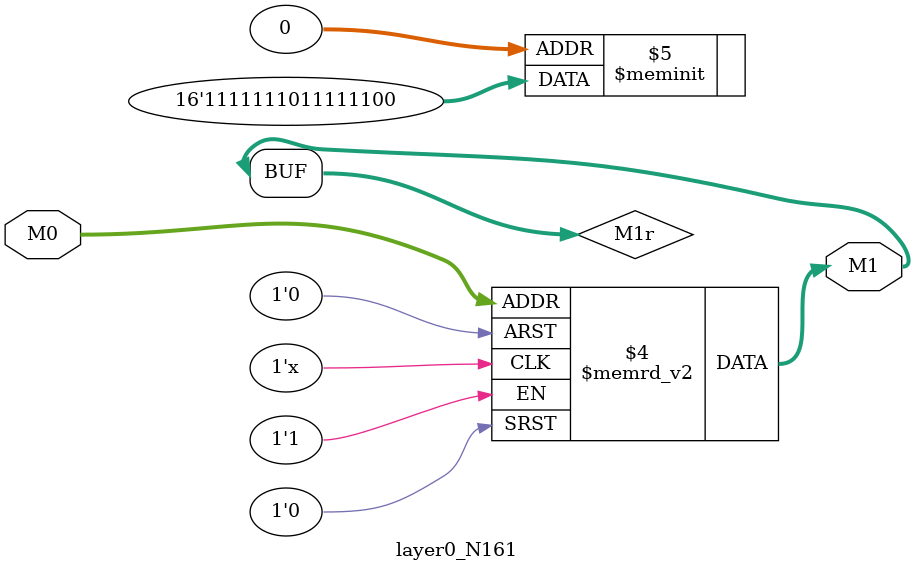
<source format=v>
module layer0_N161 ( input [2:0] M0, output [1:0] M1 );

	(*rom_style = "distributed" *) reg [1:0] M1r;
	assign M1 = M1r;
	always @ (M0) begin
		case (M0)
			3'b000: M1r = 2'b00;
			3'b100: M1r = 2'b10;
			3'b010: M1r = 2'b11;
			3'b110: M1r = 2'b11;
			3'b001: M1r = 2'b11;
			3'b101: M1r = 2'b11;
			3'b011: M1r = 2'b11;
			3'b111: M1r = 2'b11;

		endcase
	end
endmodule

</source>
